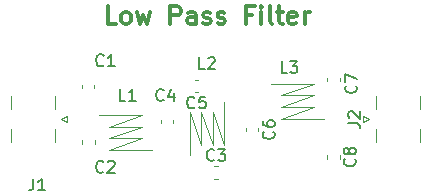
<source format=gbr>
%TF.GenerationSoftware,KiCad,Pcbnew,(6.0.1)*%
%TF.CreationDate,2022-02-12T11:42:24+00:00*%
%TF.ProjectId,LowPass_7mm,4c6f7750-6173-4735-9f37-6d6d2e6b6963,rev?*%
%TF.SameCoordinates,Original*%
%TF.FileFunction,Legend,Top*%
%TF.FilePolarity,Positive*%
%FSLAX46Y46*%
G04 Gerber Fmt 4.6, Leading zero omitted, Abs format (unit mm)*
G04 Created by KiCad (PCBNEW (6.0.1)) date 2022-02-12 11:42:24*
%MOMM*%
%LPD*%
G01*
G04 APERTURE LIST*
%ADD10C,0.300000*%
%ADD11C,0.150000*%
%ADD12C,0.120000*%
G04 APERTURE END LIST*
D10*
X109125714Y-104437571D02*
X108411428Y-104437571D01*
X108411428Y-102937571D01*
X109840000Y-104437571D02*
X109697142Y-104366142D01*
X109625714Y-104294714D01*
X109554285Y-104151857D01*
X109554285Y-103723285D01*
X109625714Y-103580428D01*
X109697142Y-103509000D01*
X109840000Y-103437571D01*
X110054285Y-103437571D01*
X110197142Y-103509000D01*
X110268571Y-103580428D01*
X110340000Y-103723285D01*
X110340000Y-104151857D01*
X110268571Y-104294714D01*
X110197142Y-104366142D01*
X110054285Y-104437571D01*
X109840000Y-104437571D01*
X110840000Y-103437571D02*
X111125714Y-104437571D01*
X111411428Y-103723285D01*
X111697142Y-104437571D01*
X111982857Y-103437571D01*
X113697142Y-104437571D02*
X113697142Y-102937571D01*
X114268571Y-102937571D01*
X114411428Y-103009000D01*
X114482857Y-103080428D01*
X114554285Y-103223285D01*
X114554285Y-103437571D01*
X114482857Y-103580428D01*
X114411428Y-103651857D01*
X114268571Y-103723285D01*
X113697142Y-103723285D01*
X115840000Y-104437571D02*
X115840000Y-103651857D01*
X115768571Y-103509000D01*
X115625714Y-103437571D01*
X115340000Y-103437571D01*
X115197142Y-103509000D01*
X115840000Y-104366142D02*
X115697142Y-104437571D01*
X115340000Y-104437571D01*
X115197142Y-104366142D01*
X115125714Y-104223285D01*
X115125714Y-104080428D01*
X115197142Y-103937571D01*
X115340000Y-103866142D01*
X115697142Y-103866142D01*
X115840000Y-103794714D01*
X116482857Y-104366142D02*
X116625714Y-104437571D01*
X116911428Y-104437571D01*
X117054285Y-104366142D01*
X117125714Y-104223285D01*
X117125714Y-104151857D01*
X117054285Y-104009000D01*
X116911428Y-103937571D01*
X116697142Y-103937571D01*
X116554285Y-103866142D01*
X116482857Y-103723285D01*
X116482857Y-103651857D01*
X116554285Y-103509000D01*
X116697142Y-103437571D01*
X116911428Y-103437571D01*
X117054285Y-103509000D01*
X117697142Y-104366142D02*
X117840000Y-104437571D01*
X118125714Y-104437571D01*
X118268571Y-104366142D01*
X118340000Y-104223285D01*
X118340000Y-104151857D01*
X118268571Y-104009000D01*
X118125714Y-103937571D01*
X117911428Y-103937571D01*
X117768571Y-103866142D01*
X117697142Y-103723285D01*
X117697142Y-103651857D01*
X117768571Y-103509000D01*
X117911428Y-103437571D01*
X118125714Y-103437571D01*
X118268571Y-103509000D01*
X120625714Y-103651857D02*
X120125714Y-103651857D01*
X120125714Y-104437571D02*
X120125714Y-102937571D01*
X120840000Y-102937571D01*
X121411428Y-104437571D02*
X121411428Y-103437571D01*
X121411428Y-102937571D02*
X121340000Y-103009000D01*
X121411428Y-103080428D01*
X121482857Y-103009000D01*
X121411428Y-102937571D01*
X121411428Y-103080428D01*
X122340000Y-104437571D02*
X122197142Y-104366142D01*
X122125714Y-104223285D01*
X122125714Y-102937571D01*
X122697142Y-103437571D02*
X123268571Y-103437571D01*
X122911428Y-102937571D02*
X122911428Y-104223285D01*
X122982857Y-104366142D01*
X123125714Y-104437571D01*
X123268571Y-104437571D01*
X124340000Y-104366142D02*
X124197142Y-104437571D01*
X123911428Y-104437571D01*
X123768571Y-104366142D01*
X123697142Y-104223285D01*
X123697142Y-103651857D01*
X123768571Y-103509000D01*
X123911428Y-103437571D01*
X124197142Y-103437571D01*
X124340000Y-103509000D01*
X124411428Y-103651857D01*
X124411428Y-103794714D01*
X123697142Y-103937571D01*
X125054285Y-104437571D02*
X125054285Y-103437571D01*
X125054285Y-103723285D02*
X125125714Y-103580428D01*
X125197142Y-103509000D01*
X125340000Y-103437571D01*
X125482857Y-103437571D01*
D11*
%TO.C,C4*%
X113117333Y-110872542D02*
X113069714Y-110920161D01*
X112926857Y-110967780D01*
X112831619Y-110967780D01*
X112688761Y-110920161D01*
X112593523Y-110824923D01*
X112545904Y-110729685D01*
X112498285Y-110539209D01*
X112498285Y-110396352D01*
X112545904Y-110205876D01*
X112593523Y-110110638D01*
X112688761Y-110015400D01*
X112831619Y-109967780D01*
X112926857Y-109967780D01*
X113069714Y-110015400D01*
X113117333Y-110063019D01*
X113974476Y-110301114D02*
X113974476Y-110967780D01*
X113736380Y-109920161D02*
X113498285Y-110634447D01*
X114117333Y-110634447D01*
%TO.C,L1*%
X109891533Y-110942380D02*
X109415342Y-110942380D01*
X109415342Y-109942380D01*
X110748676Y-110942380D02*
X110177247Y-110942380D01*
X110462961Y-110942380D02*
X110462961Y-109942380D01*
X110367723Y-110085238D01*
X110272485Y-110180476D01*
X110177247Y-110228095D01*
%TO.C,L2*%
X116612033Y-108261780D02*
X116135842Y-108261780D01*
X116135842Y-107261780D01*
X116897747Y-107357019D02*
X116945366Y-107309400D01*
X117040604Y-107261780D01*
X117278700Y-107261780D01*
X117373938Y-107309400D01*
X117421557Y-107357019D01*
X117469176Y-107452257D01*
X117469176Y-107547495D01*
X117421557Y-107690352D01*
X116850128Y-108261780D01*
X117469176Y-108261780D01*
%TO.C,C1*%
X108037333Y-107926142D02*
X107989714Y-107973761D01*
X107846857Y-108021380D01*
X107751619Y-108021380D01*
X107608761Y-107973761D01*
X107513523Y-107878523D01*
X107465904Y-107783285D01*
X107418285Y-107592809D01*
X107418285Y-107449952D01*
X107465904Y-107259476D01*
X107513523Y-107164238D01*
X107608761Y-107069000D01*
X107751619Y-107021380D01*
X107846857Y-107021380D01*
X107989714Y-107069000D01*
X108037333Y-107116619D01*
X108989714Y-108021380D02*
X108418285Y-108021380D01*
X108704000Y-108021380D02*
X108704000Y-107021380D01*
X108608761Y-107164238D01*
X108513523Y-107259476D01*
X108418285Y-107307095D01*
%TO.C,L3*%
X123582133Y-108580180D02*
X123105942Y-108580180D01*
X123105942Y-107580180D01*
X123820228Y-107580180D02*
X124439276Y-107580180D01*
X124105942Y-107961133D01*
X124248800Y-107961133D01*
X124344038Y-108008752D01*
X124391657Y-108056371D01*
X124439276Y-108151609D01*
X124439276Y-108389704D01*
X124391657Y-108484942D01*
X124344038Y-108532561D01*
X124248800Y-108580180D01*
X123963085Y-108580180D01*
X123867847Y-108532561D01*
X123820228Y-108484942D01*
%TO.C,C8*%
X129295142Y-115865866D02*
X129342761Y-115913485D01*
X129390380Y-116056342D01*
X129390380Y-116151580D01*
X129342761Y-116294438D01*
X129247523Y-116389676D01*
X129152285Y-116437295D01*
X128961809Y-116484914D01*
X128818952Y-116484914D01*
X128628476Y-116437295D01*
X128533238Y-116389676D01*
X128438000Y-116294438D01*
X128390380Y-116151580D01*
X128390380Y-116056342D01*
X128438000Y-115913485D01*
X128485619Y-115865866D01*
X128818952Y-115294438D02*
X128771333Y-115389676D01*
X128723714Y-115437295D01*
X128628476Y-115484914D01*
X128580857Y-115484914D01*
X128485619Y-115437295D01*
X128438000Y-115389676D01*
X128390380Y-115294438D01*
X128390380Y-115103961D01*
X128438000Y-115008723D01*
X128485619Y-114961104D01*
X128580857Y-114913485D01*
X128628476Y-114913485D01*
X128723714Y-114961104D01*
X128771333Y-115008723D01*
X128818952Y-115103961D01*
X128818952Y-115294438D01*
X128866571Y-115389676D01*
X128914190Y-115437295D01*
X129009428Y-115484914D01*
X129199904Y-115484914D01*
X129295142Y-115437295D01*
X129342761Y-115389676D01*
X129390380Y-115294438D01*
X129390380Y-115103961D01*
X129342761Y-115008723D01*
X129295142Y-114961104D01*
X129199904Y-114913485D01*
X129009428Y-114913485D01*
X128914190Y-114961104D01*
X128866571Y-115008723D01*
X128818952Y-115103961D01*
%TO.C,C2*%
X108028933Y-116943142D02*
X107981314Y-116990761D01*
X107838457Y-117038380D01*
X107743219Y-117038380D01*
X107600361Y-116990761D01*
X107505123Y-116895523D01*
X107457504Y-116800285D01*
X107409885Y-116609809D01*
X107409885Y-116466952D01*
X107457504Y-116276476D01*
X107505123Y-116181238D01*
X107600361Y-116086000D01*
X107743219Y-116038380D01*
X107838457Y-116038380D01*
X107981314Y-116086000D01*
X108028933Y-116133619D01*
X108409885Y-116133619D02*
X108457504Y-116086000D01*
X108552742Y-116038380D01*
X108790838Y-116038380D01*
X108886076Y-116086000D01*
X108933695Y-116133619D01*
X108981314Y-116228857D01*
X108981314Y-116324095D01*
X108933695Y-116466952D01*
X108362266Y-117038380D01*
X108981314Y-117038380D01*
%TO.C,C6*%
X122423542Y-113552266D02*
X122471161Y-113599885D01*
X122518780Y-113742742D01*
X122518780Y-113837980D01*
X122471161Y-113980838D01*
X122375923Y-114076076D01*
X122280685Y-114123695D01*
X122090209Y-114171314D01*
X121947352Y-114171314D01*
X121756876Y-114123695D01*
X121661638Y-114076076D01*
X121566400Y-113980838D01*
X121518780Y-113837980D01*
X121518780Y-113742742D01*
X121566400Y-113599885D01*
X121614019Y-113552266D01*
X121518780Y-112695123D02*
X121518780Y-112885600D01*
X121566400Y-112980838D01*
X121614019Y-113028457D01*
X121756876Y-113123695D01*
X121947352Y-113171314D01*
X122328304Y-113171314D01*
X122423542Y-113123695D01*
X122471161Y-113076076D01*
X122518780Y-112980838D01*
X122518780Y-112790361D01*
X122471161Y-112695123D01*
X122423542Y-112647504D01*
X122328304Y-112599885D01*
X122090209Y-112599885D01*
X121994971Y-112647504D01*
X121947352Y-112695123D01*
X121899733Y-112790361D01*
X121899733Y-112980838D01*
X121947352Y-113076076D01*
X121994971Y-113123695D01*
X122090209Y-113171314D01*
%TO.C,C5*%
X115736633Y-111489742D02*
X115689014Y-111537361D01*
X115546157Y-111584980D01*
X115450919Y-111584980D01*
X115308061Y-111537361D01*
X115212823Y-111442123D01*
X115165204Y-111346885D01*
X115117585Y-111156409D01*
X115117585Y-111013552D01*
X115165204Y-110823076D01*
X115212823Y-110727838D01*
X115308061Y-110632600D01*
X115450919Y-110584980D01*
X115546157Y-110584980D01*
X115689014Y-110632600D01*
X115736633Y-110680219D01*
X116641395Y-110584980D02*
X116165204Y-110584980D01*
X116117585Y-111061171D01*
X116165204Y-111013552D01*
X116260442Y-110965933D01*
X116498538Y-110965933D01*
X116593776Y-111013552D01*
X116641395Y-111061171D01*
X116689014Y-111156409D01*
X116689014Y-111394504D01*
X116641395Y-111489742D01*
X116593776Y-111537361D01*
X116498538Y-111584980D01*
X116260442Y-111584980D01*
X116165204Y-111537361D01*
X116117585Y-111489742D01*
%TO.C,J2*%
X128752380Y-112833333D02*
X129466666Y-112833333D01*
X129609523Y-112880952D01*
X129704761Y-112976190D01*
X129752380Y-113119047D01*
X129752380Y-113214285D01*
X128847619Y-112404761D02*
X128800000Y-112357142D01*
X128752380Y-112261904D01*
X128752380Y-112023809D01*
X128800000Y-111928571D01*
X128847619Y-111880952D01*
X128942857Y-111833333D01*
X129038095Y-111833333D01*
X129180952Y-111880952D01*
X129752380Y-112452380D01*
X129752380Y-111833333D01*
%TO.C,J1*%
X102079466Y-117536980D02*
X102079466Y-118251266D01*
X102031847Y-118394123D01*
X101936609Y-118489361D01*
X101793752Y-118536980D01*
X101698514Y-118536980D01*
X103079466Y-118536980D02*
X102508038Y-118536980D01*
X102793752Y-118536980D02*
X102793752Y-117536980D01*
X102698514Y-117679838D01*
X102603276Y-117775076D01*
X102508038Y-117822695D01*
%TO.C,C7*%
X129389142Y-109666066D02*
X129436761Y-109713685D01*
X129484380Y-109856542D01*
X129484380Y-109951780D01*
X129436761Y-110094638D01*
X129341523Y-110189876D01*
X129246285Y-110237495D01*
X129055809Y-110285114D01*
X128912952Y-110285114D01*
X128722476Y-110237495D01*
X128627238Y-110189876D01*
X128532000Y-110094638D01*
X128484380Y-109951780D01*
X128484380Y-109856542D01*
X128532000Y-109713685D01*
X128579619Y-109666066D01*
X128484380Y-109332733D02*
X128484380Y-108666066D01*
X129484380Y-109094638D01*
%TO.C,C3*%
X117399433Y-115944942D02*
X117351814Y-115992561D01*
X117208957Y-116040180D01*
X117113719Y-116040180D01*
X116970861Y-115992561D01*
X116875623Y-115897323D01*
X116828004Y-115802085D01*
X116780385Y-115611609D01*
X116780385Y-115468752D01*
X116828004Y-115278276D01*
X116875623Y-115183038D01*
X116970861Y-115087800D01*
X117113719Y-115040180D01*
X117208957Y-115040180D01*
X117351814Y-115087800D01*
X117399433Y-115135419D01*
X117732766Y-115040180D02*
X118351814Y-115040180D01*
X118018480Y-115421133D01*
X118161338Y-115421133D01*
X118256576Y-115468752D01*
X118304195Y-115516371D01*
X118351814Y-115611609D01*
X118351814Y-115849704D01*
X118304195Y-115944942D01*
X118256576Y-115992561D01*
X118161338Y-116040180D01*
X117875623Y-116040180D01*
X117780385Y-115992561D01*
X117732766Y-115944942D01*
D12*
%TO.C,C4*%
X112901000Y-112865780D02*
X112901000Y-112584620D01*
X113921000Y-112865780D02*
X113921000Y-112584620D01*
%TO.C,L1*%
X111331200Y-113139600D02*
X108531200Y-114139600D01*
X111331200Y-112189600D02*
X108531200Y-113139600D01*
X111331200Y-114139600D02*
X108531200Y-114139600D01*
X111331200Y-112189600D02*
X107681200Y-112189600D01*
X111331200Y-114139600D02*
X108531200Y-115089600D01*
X111331200Y-113139600D02*
X108531200Y-113139600D01*
X108531200Y-115089600D02*
X112181200Y-115089600D01*
%TO.C,L2*%
X117278700Y-111909400D02*
X118228700Y-114709400D01*
X115328700Y-111909400D02*
X115328700Y-115559400D01*
X115328700Y-111909400D02*
X116278700Y-114709400D01*
X118228700Y-114709400D02*
X118228700Y-111059400D01*
X116278700Y-111909400D02*
X116278700Y-114709400D01*
X116278700Y-111909400D02*
X117278700Y-114709400D01*
X117278700Y-111909400D02*
X117278700Y-114709400D01*
%TO.C,C1*%
X107224800Y-109856980D02*
X107224800Y-109575820D01*
X106204800Y-109856980D02*
X106204800Y-109575820D01*
%TO.C,L3*%
X125860000Y-110498000D02*
X123060000Y-111498000D01*
X125860000Y-111498000D02*
X123060000Y-112448000D01*
X123060000Y-112448000D02*
X126710000Y-112448000D01*
X125860000Y-109548000D02*
X122210000Y-109548000D01*
X125860000Y-110498000D02*
X123060000Y-110498000D01*
X125860000Y-111498000D02*
X123060000Y-111498000D01*
X125860000Y-109548000D02*
X123060000Y-110498000D01*
%TO.C,C8*%
X126998000Y-115558620D02*
X126998000Y-115839780D01*
X128018000Y-115558620D02*
X128018000Y-115839780D01*
%TO.C,C2*%
X106255600Y-114300220D02*
X106255600Y-114581380D01*
X107275600Y-114300220D02*
X107275600Y-114581380D01*
%TO.C,C6*%
X120126400Y-113245020D02*
X120126400Y-113526180D01*
X121146400Y-113245020D02*
X121146400Y-113526180D01*
%TO.C,C5*%
X116043880Y-109192600D02*
X115762720Y-109192600D01*
X116043880Y-110212600D02*
X115762720Y-110212600D01*
%TO.C,J2*%
X134800000Y-111660000D02*
X134800000Y-110550000D01*
X130040000Y-112750000D02*
X130540000Y-112500000D01*
X131090000Y-114450000D02*
X131090000Y-113340000D01*
X130540000Y-112500000D02*
X130040000Y-112250000D01*
X130040000Y-112250000D02*
X130040000Y-112750000D01*
X131090000Y-111660000D02*
X131090000Y-110550000D01*
X134800000Y-114450000D02*
X134800000Y-113340000D01*
%TO.C,J1*%
X100200000Y-110550000D02*
X100200000Y-111660000D01*
X104460000Y-112500000D02*
X104960000Y-112750000D01*
X103910000Y-110550000D02*
X103910000Y-111660000D01*
X100200000Y-113340000D02*
X100200000Y-114450000D01*
X104960000Y-112250000D02*
X104460000Y-112500000D01*
X103910000Y-113340000D02*
X103910000Y-114450000D01*
X104960000Y-112750000D02*
X104960000Y-112250000D01*
%TO.C,C7*%
X128018000Y-109311980D02*
X128018000Y-109030820D01*
X126998000Y-109311980D02*
X126998000Y-109030820D01*
%TO.C,C3*%
X117425520Y-117527800D02*
X117706680Y-117527800D01*
X117425520Y-116507800D02*
X117706680Y-116507800D01*
%TD*%
M02*

</source>
